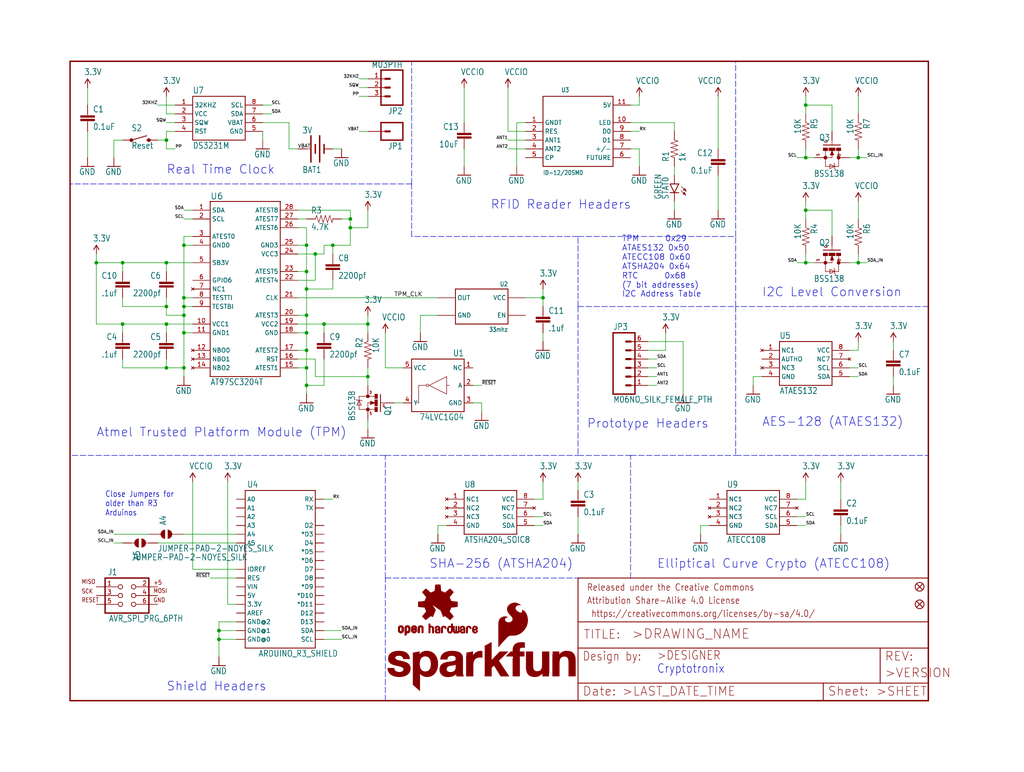
<source format=kicad_sch>
(kicad_sch (version 20211123) (generator eeschema)
  (paper "User" 297.002 223.926)
  (lib_symbols
    (symbol "schematicEagle-eagle-import:0.1UF-25V(+80{slash}-20%)(0603)"
      (property "Reference" "C" (at 1.524 2.921 0))
      (property "Value" "0.1UF-25V(+80{slash}-20%)(0603)" (at 1.524 -2.159 0))
      (symbol "0.1UF-25V(+80{slash}-20%)(0603)_1_0"
        (pin passive line (at 0 5.08 270) (length 2.54) (name "1") (number "1"))
        (pin passive line (at 0 -2.54 90) (length 2.54) (name "2") (number "2"))
      )
    )
    (symbol "schematicEagle-eagle-import:10KOHM-1{slash}10W-1%(0603)0603"
      (property "Reference" "R" (at -3.81 1.4986 0))
      (property "Value" "10KOHM-1{slash}10W-1%(0603)0603" (at -3.81 -3.302 0))
      (symbol "10KOHM-1{slash}10W-1%(0603)0603_1_0"
        (pin passive line (at -5.08 0 0) (length 2.54) (name "1") (number "1"))
        (pin passive line (at 5.08 0 180) (length 2.54) (name "2") (number "2"))
      )
    )
    (symbol "schematicEagle-eagle-import:10UF50V20%(1210)"
      (property "Reference" "C" (at 1.524 2.921 0))
      (property "Value" "10UF50V20%(1210)" (at 1.524 -2.159 0))
      (symbol "10UF50V20%(1210)_1_0"
        (pin passive line (at 0 5.08 270) (length 2.54) (name "1") (number "1"))
        (pin passive line (at 0 -2.54 90) (length 2.54) (name "2") (number "2"))
      )
    )
    (symbol "schematicEagle-eagle-import:1K-1%"
      (property "Reference" "R" (at -3.81 1.4986 0))
      (property "Value" "1K-1%" (at -3.81 -3.302 0))
      (symbol "1K-1%_1_0"
        (pin passive line (at -5.08 0 0) (length 2.54) (name "1") (number "1"))
        (pin passive line (at 5.08 0 180) (length 2.54) (name "2") (number "2"))
      )
    )
    (symbol "schematicEagle-eagle-import:2.2NF{slash}2200PF-50V-10%(0603)"
      (property "Reference" "C" (at 1.524 2.921 0))
      (property "Value" "2.2NF{slash}2200PF-50V-10%(0603)" (at 1.524 -2.159 0))
      (symbol "2.2NF{slash}2200PF-50V-10%(0603)_1_0"
        (pin passive line (at 0 5.08 270) (length 2.54) (name "1") (number "1"))
        (pin passive line (at 0 -2.54 90) (length 2.54) (name "2") (number "2"))
      )
    )
    (symbol "schematicEagle-eagle-import:3.3V" (power)
      (property "Value" "3.3V" (at -1.016 3.556 0))
      (symbol "3.3V_1_0"
        (pin power_in line (at 0 0 90) (length 2.54) (name "3.3V") (number "1"))
      )
    )
    (symbol "schematicEagle-eagle-import:33MHZ-OSCILLATOR"
      (property "Reference" "U" (at -7.62 5.842 0))
      (property "Value" "33MHZ-OSCILLATOR" (at -7.62 -7.366 0))
      (symbol "33MHZ-OSCILLATOR_1_0"
        (pin bidirectional line (at -12.7 -2.54 0) (length 5.08) (name "EN") (number "1"))
        (pin bidirectional line (at 12.7 -2.54 180) (length 5.08) (name "GND") (number "2"))
        (pin bidirectional line (at 12.7 2.54 180) (length 5.08) (name "OUT") (number "3"))
        (pin bidirectional line (at -12.7 2.54 0) (length 5.08) (name "VCC") (number "4"))
      )
    )
    (symbol "schematicEagle-eagle-import:4.7KOHM1{slash}10W1%(0603)"
      (property "Reference" "R" (at -3.81 1.4986 0))
      (property "Value" "4.7KOHM1{slash}10W1%(0603)" (at -3.81 -3.302 0))
      (symbol "4.7KOHM1{slash}10W1%(0603)_1_0"
        (pin passive line (at -5.08 0 0) (length 2.54) (name "1") (number "1"))
        (pin passive line (at 5.08 0 180) (length 2.54) (name "2") (number "2"))
      )
    )
    (symbol "schematicEagle-eagle-import:ARDUINO_R3_SHIELD"
      (property "Reference" "J" (at -9.652 21.082 0))
      (property "Value" "ARDUINO_R3_SHIELD" (at -6.35 -27.94 0))
      (symbol "ARDUINO_R3_SHIELD_1_0"
        (pin bidirectional line (at -12.7 -12.7 0) (length 2.54) (name "3.3V") (number "3.3V"))
        (pin bidirectional line (at -12.7 -10.16 0) (length 2.54) (name "5V") (number "5V"))
        (pin bidirectional line (at -12.7 17.78 0) (length 2.54) (name "A0") (number "A0"))
        (pin bidirectional line (at -12.7 15.24 0) (length 2.54) (name "A1") (number "A1"))
        (pin bidirectional line (at -12.7 12.7 0) (length 2.54) (name "A2") (number "A2"))
        (pin bidirectional line (at -12.7 10.16 0) (length 2.54) (name "A3") (number "A3"))
        (pin bidirectional line (at -12.7 7.62 0) (length 2.54) (name "A4") (number "A4"))
        (pin bidirectional line (at -12.7 5.08 0) (length 2.54) (name "A5") (number "A5"))
        (pin bidirectional line (at -12.7 -15.24 0) (length 2.54) (name "AREF") (number "AREF"))
        (pin bidirectional line (at 12.7 -10.16 180) (length 2.54) (name "*D10") (number "D10"))
        (pin bidirectional line (at 12.7 -12.7 180) (length 2.54) (name "*D11") (number "D11"))
        (pin bidirectional line (at 12.7 -15.24 180) (length 2.54) (name "D12") (number "D12"))
        (pin bidirectional line (at 12.7 -17.78 180) (length 2.54) (name "D13") (number "D13"))
        (pin bidirectional line (at 12.7 10.16 180) (length 2.54) (name "D2") (number "D2"))
        (pin bidirectional line (at 12.7 7.62 180) (length 2.54) (name "*D3") (number "D3"))
        (pin bidirectional line (at 12.7 5.08 180) (length 2.54) (name "D4") (number "D4"))
        (pin bidirectional line (at 12.7 2.54 180) (length 2.54) (name "*D5") (number "D5"))
        (pin bidirectional line (at 12.7 0 180) (length 2.54) (name "*D6") (number "D6"))
        (pin bidirectional line (at 12.7 -2.54 180) (length 2.54) (name "D7") (number "D7"))
        (pin bidirectional line (at 12.7 -5.08 180) (length 2.54) (name "D8") (number "D8"))
        (pin bidirectional line (at 12.7 -7.62 180) (length 2.54) (name "*D9") (number "D9"))
        (pin bidirectional line (at -12.7 -22.86 0) (length 2.54) (name "GND@0") (number "GND@0"))
        (pin bidirectional line (at -12.7 -20.32 0) (length 2.54) (name "GND@1") (number "GND@1"))
        (pin bidirectional line (at -12.7 -17.78 0) (length 2.54) (name "GND@2") (number "GND@2"))
        (pin bidirectional line (at -12.7 -2.54 0) (length 2.54) (name "IOREF") (number "IOREF"))
        (pin bidirectional line (at -12.7 -5.08 0) (length 2.54) (name "RES") (number "RES"))
        (pin bidirectional line (at 12.7 17.78 180) (length 2.54) (name "RX") (number "RX"))
        (pin bidirectional line (at 12.7 -22.86 180) (length 2.54) (name "SCL") (number "SCL"))
        (pin bidirectional line (at 12.7 -20.32 180) (length 2.54) (name "SDA") (number "SDA"))
        (pin bidirectional line (at 12.7 15.24 180) (length 2.54) (name "TX") (number "TX"))
        (pin bidirectional line (at -12.7 -7.62 0) (length 2.54) (name "VIN") (number "VIN"))
      )
    )
    (symbol "schematicEagle-eagle-import:AT97SC3204T"
      (property "Reference" "U" (at -25.4 38.1 0))
      (property "Value" "AT97SC3204T" (at -25.4 -17.78 0))
      (symbol "AT97SC3204T_1_0"
        (pin bidirectional line (at -30.48 33.02 0) (length 5.08) (name "SDA") (number "1"))
        (pin power_in line (at -30.48 0 0) (length 5.08) (name "VCC1") (number "10"))
        (pin power_in line (at -30.48 -2.54 0) (length 5.08) (name "GND1") (number "11"))
        (pin no_connect line (at -30.48 -7.62 0) (length 5.08) (name "NBO0") (number "12"))
        (pin no_connect line (at -30.48 -10.16 0) (length 5.08) (name "NBO1") (number "13"))
        (pin no_connect line (at -30.48 -12.7 0) (length 5.08) (name "NBO2") (number "14"))
        (pin power_in line (at 0 -12.7 180) (length 5.08) (name "ATEST1") (number "15"))
        (pin bidirectional line (at 0 -10.16 180) (length 5.08) (name "RST") (number "16"))
        (pin power_in line (at 0 -7.62 180) (length 5.08) (name "ATEST2") (number "17"))
        (pin power_in line (at 0 -2.54 180) (length 5.08) (name "GND") (number "18"))
        (pin power_in line (at 0 0 180) (length 5.08) (name "VCC2") (number "19"))
        (pin bidirectional line (at -30.48 30.48 0) (length 5.08) (name "SCL") (number "2"))
        (pin power_in line (at 0 2.54 180) (length 5.08) (name "ATEST3") (number "20"))
        (pin bidirectional line (at 0 7.62 180) (length 5.08) (name "CLK") (number "21"))
        (pin power_in line (at 0 12.7 180) (length 5.08) (name "ATEST4") (number "22"))
        (pin power_in line (at 0 15.24 180) (length 5.08) (name "ATEST5") (number "23"))
        (pin power_in line (at 0 20.32 180) (length 5.08) (name "VCC3") (number "24"))
        (pin power_in line (at 0 22.86 180) (length 5.08) (name "GND3") (number "25"))
        (pin power_in line (at 0 27.94 180) (length 5.08) (name "ATEST6") (number "26"))
        (pin power_in line (at 0 30.48 180) (length 5.08) (name "ATEST7") (number "27"))
        (pin power_in line (at 0 33.02 180) (length 5.08) (name "ATEST8") (number "28"))
        (pin power_in line (at -30.48 25.4 0) (length 5.08) (name "ATEST0") (number "3"))
        (pin power_in line (at -30.48 22.86 0) (length 5.08) (name "GND0") (number "4"))
        (pin power_in line (at -30.48 17.78 0) (length 5.08) (name "SB3V") (number "5"))
        (pin bidirectional line (at -30.48 12.7 0) (length 5.08) (name "GPIO6") (number "6"))
        (pin no_connect line (at -30.48 10.16 0) (length 5.08) (name "NC1") (number "7"))
        (pin power_in line (at -30.48 7.62 0) (length 5.08) (name "TESTTI") (number "8"))
        (pin power_in line (at -30.48 5.08 0) (length 5.08) (name "TESTBI") (number "9"))
      )
    )
    (symbol "schematicEagle-eagle-import:ATAES132"
      (property "Reference" "AES" (at -7.62 5.842 0))
      (property "Value" "ATAES132" (at -7.62 -10.16 0))
      (symbol "ATAES132_1_0"
        (pin no_connect line (at -12.7 2.54 0) (length 5.08) (name "NC1") (number "1"))
        (pin bidirectional line (at -12.7 0 0) (length 5.08) (name "AUTHO") (number "2"))
        (pin no_connect line (at -12.7 -2.54 0) (length 5.08) (name "NC3") (number "3"))
        (pin power_in line (at -12.7 -5.08 0) (length 5.08) (name "GND") (number "4"))
        (pin bidirectional line (at 12.7 -5.08 180) (length 5.08) (name "SDA") (number "5"))
        (pin bidirectional line (at 12.7 -2.54 180) (length 5.08) (name "SCL") (number "6"))
        (pin no_connect line (at 12.7 0 180) (length 5.08) (name "NC7") (number "7"))
        (pin power_in line (at 12.7 2.54 180) (length 5.08) (name "VCC") (number "8"))
      )
    )
    (symbol "schematicEagle-eagle-import:ATECC108"
      (property "Reference" "U" (at -7.62 5.842 0))
      (property "Value" "ATECC108" (at -7.62 -10.16 0))
      (symbol "ATECC108_1_0"
        (pin bidirectional line (at -12.7 2.54 0) (length 5.08) (name "NC1") (number "1"))
        (pin no_connect line (at -12.7 0 0) (length 5.08) (name "NC2") (number "2"))
        (pin no_connect line (at -12.7 -2.54 0) (length 5.08) (name "NC3") (number "3"))
        (pin power_in line (at -12.7 -5.08 0) (length 5.08) (name "GND") (number "4"))
        (pin bidirectional line (at 12.7 -5.08 180) (length 5.08) (name "SDA") (number "5"))
        (pin bidirectional line (at 12.7 -2.54 180) (length 5.08) (name "SCL") (number "6"))
        (pin no_connect line (at 12.7 0 180) (length 5.08) (name "NC7") (number "7"))
        (pin power_in line (at 12.7 2.54 180) (length 5.08) (name "VCC") (number "8"))
      )
    )
    (symbol "schematicEagle-eagle-import:ATSHA204_SOIC8"
      (property "Reference" "U" (at -7.62 5.842 0))
      (property "Value" "ATSHA204_SOIC8" (at -7.62 -10.16 0))
      (symbol "ATSHA204_SOIC8_1_0"
        (pin no_connect line (at -12.7 2.54 0) (length 5.08) (name "NC1") (number "1"))
        (pin no_connect line (at -12.7 0 0) (length 5.08) (name "NC2") (number "2"))
        (pin no_connect line (at -12.7 -2.54 0) (length 5.08) (name "NC3") (number "3"))
        (pin power_in line (at -12.7 -5.08 0) (length 5.08) (name "GND") (number "4"))
        (pin bidirectional line (at 12.7 -5.08 180) (length 5.08) (name "SDA") (number "5"))
        (pin bidirectional line (at 12.7 -2.54 180) (length 5.08) (name "SCL") (number "6"))
        (pin no_connect line (at 12.7 0 180) (length 5.08) (name "NC7") (number "7"))
        (pin power_in line (at 12.7 2.54 180) (length 5.08) (name "VCC") (number "8"))
      )
    )
    (symbol "schematicEagle-eagle-import:AVR_SPI_PRG_6PTH"
      (property "Reference" "J" (at -4.318 5.842 0))
      (property "Value" "AVR_SPI_PRG_6PTH" (at -4.064 -7.62 0))
      (symbol "AVR_SPI_PRG_6PTH_1_0"
        (text "+5" (at 8.89 3.048 0) (effects (font (size 1.27 1.0795)) (justify left bottom)))
        (text "GND" (at 8.89 -2.032 0) (effects (font (size 1.27 1.0795)) (justify left bottom)))
        (text "MISO" (at -11.938 3.302 0) (effects (font (size 1.27 1.0795)) (justify left bottom)))
        (text "MOSI" (at 8.89 0.635 0) (effects (font (size 1.27 1.0795)) (justify left bottom)))
        (text "RESET" (at -11.938 -2.032 0) (effects (font (size 1.27 1.0795)) (justify left bottom)))
        (text "SCK" (at -11.938 0.508 0) (effects (font (size 1.27 1.0795)) (justify left bottom)))
        (pin passive inverted (at -7.62 2.54 0) (length 7.62) (name "1") (number "1"))
        (pin passive inverted (at 10.16 2.54 180) (length 7.62) (name "2") (number "2"))
        (pin passive inverted (at -7.62 0 0) (length 7.62) (name "3") (number "3"))
        (pin passive inverted (at 10.16 0 180) (length 7.62) (name "4") (number "4"))
        (pin passive inverted (at -7.62 -2.54 0) (length 7.62) (name "5") (number "5"))
        (pin passive inverted (at 10.16 -2.54 180) (length 7.62) (name "6") (number "6"))
      )
    )
    (symbol "schematicEagle-eagle-import:BATTERY12MM"
      (property "Reference" "BAT" (at -3.81 5.08 0))
      (property "Value" "BATTERY12MM" (at -3.81 -6.35 0))
      (symbol "BATTERY12MM_1_0"
        (pin power_in line (at 5.08 0 180) (length 2.54) (name "-") (number "GND"))
        (pin power_in line (at -5.08 0 0) (length 2.54) (name "+") (number "PWR@1"))
      )
    )
    (symbol "schematicEagle-eagle-import:DS3231M"
      (property "Reference" "RTC" (at -7.62 8.382 0))
      (property "Value" "DS3231M" (at -7.62 -7.62 0))
      (symbol "DS3231M_1_0"
        (pin output line (at -12.7 5.08 0) (length 5.08) (name "32KHZ") (number "1"))
        (pin power_in line (at -12.7 2.54 0) (length 5.08) (name "VCC") (number "2"))
        (pin output line (at -12.7 0 0) (length 5.08) (name "SQW") (number "3"))
        (pin bidirectional line (at -12.7 -2.54 0) (length 5.08) (name "RST") (number "4"))
        (pin power_in line (at 12.7 -2.54 180) (length 5.08) (name "GND") (number "5"))
        (pin power_in line (at 12.7 0 180) (length 5.08) (name "VBAT") (number "6"))
        (pin bidirectional line (at 12.7 2.54 180) (length 5.08) (name "SDA") (number "7"))
        (pin bidirectional line (at 12.7 5.08 180) (length 5.08) (name "SCL") (number "8"))
      )
    )
    (symbol "schematicEagle-eagle-import:FIDUCIAL1X2")
    (symbol "schematicEagle-eagle-import:FRAME-LETTER"
      (symbol "FRAME-LETTER_2_0"
        (text " https://creativecommons.org/licenses/by-sa/4.0/" (at 2.54 24.13 0) (effects (font (size 1.9304 1.6408)) (justify left bottom)))
        (text ">DESIGNER" (at 22.86 11.684 0) (effects (font (size 2.54 2.159)) (justify left bottom)))
        (text ">DRAWING_NAME" (at 15.494 17.78 0) (effects (font (size 2.7432 2.7432)) (justify left bottom)))
        (text ">LAST_DATE_TIME" (at 12.7 1.27 0) (effects (font (size 2.54 2.54)) (justify left bottom)))
        (text ">SHEET" (at 86.36 1.27 0) (effects (font (size 2.54 2.54)) (justify left bottom)))
        (text ">VERSION" (at 88.9 6.604 0) (effects (font (size 2.54 2.54)) (justify left bottom)))
        (text "Attribution Share-Alike 4.0 License" (at 2.54 27.94 0) (effects (font (size 1.9304 1.6408)) (justify left bottom)))
        (text "Date:" (at 1.27 1.27 0) (effects (font (size 2.54 2.54)) (justify left bottom)))
        (text "Design by:" (at 1.27 11.43 0) (effects (font (size 2.54 2.159)) (justify left bottom)))
        (text "Released under the Creative Commons" (at 2.54 31.75 0) (effects (font (size 1.9304 1.6408)) (justify left bottom)))
        (text "REV:" (at 88.9 11.43 0) (effects (font (size 2.54 2.54)) (justify left bottom)))
        (text "Sheet:" (at 72.39 1.27 0) (effects (font (size 2.54 2.54)) (justify left bottom)))
        (text "TITLE:" (at 1.524 17.78 0) (effects (font (size 2.54 2.54)) (justify left bottom)))
      )
    )
    (symbol "schematicEagle-eagle-import:GND" (power)
      (property "Value" "GND" (at -2.54 -2.54 0))
      (symbol "GND_1_0"
        (pin power_in line (at 0 2.54 270) (length 2.54) (name "GND") (number "1"))
      )
    )
    (symbol "schematicEagle-eagle-import:ID-12{slash}20SMD"
      (property "Value" "ID-12{slash}20SMD" (at -10.16 -12.7 0))
      (symbol "ID-12{slash}20SMD_1_0"
        (pin bidirectional line (at -15.24 2.54 0) (length 5.08) (name "GNDT") (number "1"))
        (pin bidirectional line (at 15.24 2.54 180) (length 5.08) (name "LED") (number "10"))
        (pin bidirectional line (at 15.24 7.62 180) (length 5.08) (name "5V") (number "11"))
        (pin bidirectional line (at -15.24 0 0) (length 5.08) (name "RES") (number "2"))
        (pin bidirectional line (at -15.24 -2.54 0) (length 5.08) (name "ANT1") (number "3"))
        (pin bidirectional line (at -15.24 -5.08 0) (length 5.08) (name "ANT2") (number "4"))
        (pin bidirectional line (at -15.24 -7.62 0) (length 5.08) (name "CP") (number "5"))
        (pin bidirectional line (at 15.24 -7.62 180) (length 5.08) (name "FUTURE") (number "6"))
        (pin bidirectional line (at 15.24 -5.08 180) (length 5.08) (name "+/-") (number "7"))
        (pin bidirectional line (at 15.24 -2.54 180) (length 5.08) (name "D1") (number "8"))
        (pin bidirectional line (at 15.24 0 180) (length 5.08) (name "D0") (number "9"))
      )
    )
    (symbol "schematicEagle-eagle-import:INVERTER_SOT353-5"
      (property "Reference" "U" (at -7.62 8.382 0))
      (property "Value" "INVERTER_SOT353-5" (at -7.62 -10.16 0))
      (symbol "INVERTER_SOT353-5_1_0"
        (pin bidirectional line (at -10.16 5.08 0) (length 2.54) (name "NC") (number "1"))
        (pin bidirectional line (at -10.16 0 0) (length 2.54) (name "A") (number "2"))
        (pin bidirectional line (at -10.16 -5.08 0) (length 2.54) (name "GND") (number "3"))
        (pin bidirectional line (at 10.16 -5.08 180) (length 2.54) (name "Y") (number "4"))
        (pin bidirectional line (at 10.16 5.08 180) (length 2.54) (name "VCC") (number "5"))
      )
    )
    (symbol "schematicEagle-eagle-import:JUMPER-PAD-2-NOYES_SILK"
      (property "Reference" "SJ" (at -2.54 2.54 0))
      (property "Value" "JUMPER-PAD-2-NOYES_SILK" (at -2.54 -5.08 0))
      (symbol "JUMPER-PAD-2-NOYES_SILK_1_0"
        (pin passive line (at -5.08 0 0) (length 2.54) (name "1") (number "1"))
        (pin passive line (at 5.08 0 180) (length 2.54) (name "2") (number "2"))
      )
    )
    (symbol "schematicEagle-eagle-import:LED-GREEN0603"
      (property "Reference" "D" (at 3.556 -4.572 90))
      (property "Value" "LED-GREEN0603" (at 5.715 -4.572 90))
      (symbol "LED-GREEN0603_1_0"
        (pin passive line (at 0 2.54 270) (length 2.54) (name "A") (number "A"))
        (pin passive line (at 0 -5.08 90) (length 2.54) (name "C") (number "C"))
      )
    )
    (symbol "schematicEagle-eagle-import:M01PTH"
      (property "Reference" "JP" (at -2.54 3.302 0))
      (property "Value" "M01PTH" (at -2.54 -5.08 0))
      (symbol "M01PTH_1_0"
        (pin passive line (at 7.62 0 180) (length 5.08) (name "1") (number "1"))
      )
    )
    (symbol "schematicEagle-eagle-import:M03PTH"
      (property "Reference" "JP" (at -2.54 5.842 0))
      (property "Value" "M03PTH" (at -2.54 -7.62 0))
      (symbol "M03PTH_1_0"
        (pin passive line (at 7.62 -2.54 180) (length 5.08) (name "1") (number "1"))
        (pin passive line (at 7.62 0 180) (length 5.08) (name "2") (number "2"))
        (pin passive line (at 7.62 2.54 180) (length 5.08) (name "3") (number "3"))
      )
    )
    (symbol "schematicEagle-eagle-import:M06NO_SILK_FEMALE_PTH"
      (property "Reference" "JP" (at -5.08 10.922 0))
      (property "Value" "M06NO_SILK_FEMALE_PTH" (at -5.08 -10.16 0))
      (symbol "M06NO_SILK_FEMALE_PTH_1_0"
        (pin passive line (at 5.08 -5.08 180) (length 5.08) (name "1") (number "1"))
        (pin passive line (at 5.08 -2.54 180) (length 5.08) (name "2") (number "2"))
        (pin passive line (at 5.08 0 180) (length 5.08) (name "3") (number "3"))
        (pin passive line (at 5.08 2.54 180) (length 5.08) (name "4") (number "4"))
        (pin passive line (at 5.08 5.08 180) (length 5.08) (name "5") (number "5"))
        (pin passive line (at 5.08 7.62 180) (length 5.08) (name "6") (number "6"))
      )
    )
    (symbol "schematicEagle-eagle-import:MOSFET-NCHANNELBSS138"
      (property "Reference" "Q" (at 5.08 2.54 0))
      (property "Value" "MOSFET-NCHANNELBSS138" (at 5.08 0 0))
      (symbol "MOSFET-NCHANNELBSS138_1_0"
        (text "D" (at -1.27 2.54 0) (effects (font (size 0.8128 0.6908)) (justify left bottom)))
        (text "G" (at -5.08 -1.27 0) (effects (font (size 0.8128 0.6908)) (justify left bottom)))
        (text "S" (at -1.27 -3.556 0) (effects (font (size 0.8128 0.6908)) (justify left bottom)))
        (pin passive line (at -7.62 0 0) (length 2.54) (name "G") (number "1"))
        (pin passive line (at 0 -5.08 90) (length 2.54) (name "S") (number "2"))
        (pin passive line (at 0 5.08 270) (length 2.54) (name "D") (number "3"))
      )
    )
    (symbol "schematicEagle-eagle-import:OSHW-LOGOS")
    (symbol "schematicEagle-eagle-import:SFE_LOGO_NAME_FLAME.1_INCH")
    (symbol "schematicEagle-eagle-import:SWITCH-MOMENTARY-2SMD"
      (property "Reference" "S" (at -2.54 2.54 0))
      (property "Value" "SWITCH-MOMENTARY-2SMD" (at -2.54 -2.54 0))
      (symbol "SWITCH-MOMENTARY-2SMD_1_0"
        (pin passive line (at -5.08 0 0) (length 2.54) (name "1") (number "1"))
        (pin passive line (at 5.08 0 180) (length 2.54) (name "2") (number "3"))
      )
    )
    (symbol "schematicEagle-eagle-import:VCCIO" (power)
      (property "Value" "VCCIO" (at -1.016 3.556 0))
      (symbol "VCCIO_1_0"
        (pin power_in line (at 0 0 90) (length 2.54) (name "VCCIO") (number "1"))
      )
    )
  )
  (junction (at 233.68 76.2))
  (junction (at 53.34 106.68))
  (junction (at 48.26 106.68))
  (junction (at 248.92 45.72))
  (junction (at 27.94 76.2))
  (junction (at 233.68 60.96))
  (junction (at 101.6 66.04))
  (junction (at 53.34 71.12))
  (junction (at 106.68 109.22))
  (junction (at 48.26 88.9))
  (junction (at 106.68 93.98))
  (junction (at 48.26 40.64))
  (junction (at 88.9 91.44))
  (junction (at 93.98 93.98))
  (junction (at 96.52 71.12))
  (junction (at 88.9 78.74))
  (junction (at 88.9 71.12))
  (junction (at 88.9 106.68))
  (junction (at 88.9 111.76))
  (junction (at 48.26 76.2))
  (junction (at 157.48 86.36))
  (junction (at 88.9 96.52))
  (junction (at 48.26 93.98))
  (junction (at 63.5 182.88))
  (junction (at 35.56 76.2))
  (junction (at 53.34 91.44))
  (junction (at 101.6 63.5))
  (junction (at 53.34 88.9))
  (junction (at 88.9 83.82))
  (junction (at 248.92 76.2))
  (junction (at 88.9 101.6))
  (junction (at 233.68 30.48))
  (junction (at 35.56 93.98))
  (junction (at 233.68 45.72))
  (junction (at 91.44 73.66))
  (junction (at 53.34 86.36))
  (junction (at 53.34 96.52))
  (junction (at 63.5 185.42))
  (wire (pts (xy 154.94 144.78) (xy 157.48 144.78)))
  (wire (pts (xy 157.48 88.9) (xy 157.48 86.36)))
  (wire (pts (xy 246.38 45.72) (xy 248.92 45.72)))
  (wire (pts (xy 157.48 96.52) (xy 157.48 99.06)))
  (wire (pts (xy 248.92 33.02) (xy 248.92 27.94)))
  (wire (pts (xy 233.68 60.96) (xy 233.68 58.42)))
  (wire (pts (xy 86.36 43.18) (xy 83.82 43.18)))
  (wire (pts (xy 208.28 43.18) (xy 208.28 27.94)))
  (wire (pts (xy 152.4 86.36) (xy 157.48 86.36)))
  (wire (pts (xy 35.56 157.48) (xy 33.02 157.48)))
  (wire (pts (xy 91.44 73.66) (xy 93.98 73.66)))
  (wire (pts (xy 53.34 96.52) (xy 53.34 91.44)))
  (polyline (pts (xy 111.76 203.2) (xy 111.76 167.64)))
  (wire (pts (xy 187.96 106.68) (xy 190.5 106.68)))
  (wire (pts (xy 88.9 106.68) (xy 88.9 111.76)))
  (polyline (pts (xy 213.36 68.58) (xy 213.36 17.78)))
  (wire (pts (xy 243.84 152.4) (xy 243.84 154.94)))
  (polyline (pts (xy 167.64 88.9) (xy 167.64 132.08)))
  (wire (pts (xy 152.4 38.1) (xy 147.32 38.1)))
  (wire (pts (xy 236.22 45.72) (xy 233.68 45.72)))
  (wire (pts (xy 35.56 104.14) (xy 35.56 106.68)))
  (wire (pts (xy 50.8 33.02) (xy 48.26 33.02)))
  (wire (pts (xy 88.9 78.74) (xy 88.9 83.82)))
  (wire (pts (xy 88.9 96.52) (xy 88.9 101.6)))
  (wire (pts (xy 231.14 149.86) (xy 233.68 149.86)))
  (wire (pts (xy 241.3 30.48) (xy 233.68 30.48)))
  (wire (pts (xy 248.92 45.72) (xy 251.46 45.72)))
  (wire (pts (xy 129.54 152.4) (xy 127 152.4)))
  (wire (pts (xy 88.9 66.04) (xy 88.9 71.12)))
  (wire (pts (xy 88.9 83.82) (xy 88.9 91.44)))
  (wire (pts (xy 187.96 111.76) (xy 190.5 111.76)))
  (wire (pts (xy 137.16 111.76) (xy 139.7 111.76)))
  (wire (pts (xy 106.68 109.22) (xy 106.68 106.68)))
  (wire (pts (xy 83.82 35.56) (xy 76.2 35.56)))
  (polyline (pts (xy 182.88 132.08) (xy 213.36 132.08)))
  (wire (pts (xy 195.58 35.56) (xy 195.58 38.1)))
  (wire (pts (xy 88.9 111.76) (xy 88.9 114.3)))
  (polyline (pts (xy 167.64 132.08) (xy 182.88 132.08)))
  (wire (pts (xy 55.88 96.52) (xy 53.34 96.52)))
  (wire (pts (xy 248.92 73.66) (xy 248.92 76.2)))
  (wire (pts (xy 96.52 81.28) (xy 96.52 83.82)))
  (wire (pts (xy 48.26 38.1) (xy 50.8 38.1)))
  (wire (pts (xy 83.82 43.18) (xy 83.82 35.56)))
  (wire (pts (xy 86.36 81.28) (xy 91.44 81.28)))
  (wire (pts (xy 218.44 109.22) (xy 220.98 109.22)))
  (wire (pts (xy 241.3 68.58) (xy 241.3 60.96)))
  (polyline (pts (xy 111.76 132.08) (xy 167.64 132.08)))
  (wire (pts (xy 259.08 111.76) (xy 259.08 109.22)))
  (wire (pts (xy 53.34 88.9) (xy 53.34 86.36)))
  (wire (pts (xy 88.9 101.6) (xy 88.9 106.68)))
  (wire (pts (xy 187.96 104.14) (xy 190.5 104.14)))
  (wire (pts (xy 86.36 91.44) (xy 88.9 91.44)))
  (wire (pts (xy 55.88 165.1) (xy 55.88 139.7)))
  (wire (pts (xy 134.62 43.18) (xy 134.62 48.26)))
  (wire (pts (xy 86.36 96.52) (xy 88.9 96.52)))
  (wire (pts (xy 25.4 38.1) (xy 25.4 45.72)))
  (wire (pts (xy 68.58 185.42) (xy 63.5 185.42)))
  (wire (pts (xy 27.94 93.98) (xy 35.56 93.98)))
  (wire (pts (xy 121.92 91.44) (xy 121.92 96.52)))
  (wire (pts (xy 86.36 106.68) (xy 88.9 106.68)))
  (wire (pts (xy 33.02 40.64) (xy 33.02 45.72)))
  (wire (pts (xy 78.74 30.48) (xy 76.2 30.48)))
  (wire (pts (xy 48.26 76.2) (xy 48.26 78.74)))
  (wire (pts (xy 187.96 99.06) (xy 198.12 99.06)))
  (polyline (pts (xy 167.64 68.58) (xy 119.38 68.58)))
  (wire (pts (xy 236.22 76.2) (xy 233.68 76.2)))
  (wire (pts (xy 231.14 152.4) (xy 233.68 152.4)))
  (wire (pts (xy 86.36 71.12) (xy 88.9 71.12)))
  (wire (pts (xy 111.76 96.52) (xy 111.76 106.68)))
  (wire (pts (xy 86.36 104.14) (xy 91.44 104.14)))
  (wire (pts (xy 76.2 38.1) (xy 76.2 40.64)))
  (wire (pts (xy 182.88 35.56) (xy 195.58 35.56)))
  (polyline (pts (xy 213.36 88.9) (xy 213.36 132.08)))
  (wire (pts (xy 116.84 116.84) (xy 114.3 116.84)))
  (wire (pts (xy 53.34 109.22) (xy 53.34 106.68)))
  (wire (pts (xy 233.68 33.02) (xy 233.68 30.48)))
  (wire (pts (xy 154.94 149.86) (xy 157.48 149.86)))
  (wire (pts (xy 246.38 109.22) (xy 248.92 109.22)))
  (wire (pts (xy 233.68 139.7) (xy 233.68 144.78)))
  (wire (pts (xy 93.98 73.66) (xy 93.98 71.12)))
  (wire (pts (xy 25.4 30.48) (xy 25.4 25.4)))
  (wire (pts (xy 93.98 71.12) (xy 96.52 71.12)))
  (wire (pts (xy 48.26 33.02) (xy 48.26 27.94)))
  (wire (pts (xy 63.5 182.88) (xy 63.5 185.42)))
  (wire (pts (xy 91.44 81.28) (xy 91.44 73.66)))
  (wire (pts (xy 27.94 76.2) (xy 27.94 93.98)))
  (wire (pts (xy 27.94 73.66) (xy 27.94 76.2)))
  (wire (pts (xy 127 152.4) (xy 127 154.94)))
  (wire (pts (xy 93.98 185.42) (xy 99.06 185.42)))
  (wire (pts (xy 50.8 30.48) (xy 45.72 30.48)))
  (wire (pts (xy 193.04 101.6) (xy 193.04 96.52)))
  (wire (pts (xy 48.26 76.2) (xy 35.56 76.2)))
  (wire (pts (xy 152.4 35.56) (xy 149.86 35.56)))
  (wire (pts (xy 86.36 73.66) (xy 91.44 73.66)))
  (wire (pts (xy 48.26 93.98) (xy 48.26 96.52)))
  (wire (pts (xy 48.26 93.98) (xy 55.88 93.98)))
  (wire (pts (xy 106.68 27.94) (xy 104.14 27.94)))
  (wire (pts (xy 48.26 91.44) (xy 53.34 91.44)))
  (wire (pts (xy 66.04 175.26) (xy 66.04 139.7)))
  (wire (pts (xy 45.72 157.48) (xy 68.58 157.48)))
  (wire (pts (xy 35.56 40.64) (xy 33.02 40.64)))
  (polyline (pts (xy 111.76 167.64) (xy 111.76 132.08)))
  (polyline (pts (xy 269.24 88.9) (xy 213.36 88.9)))
  (polyline (pts (xy 111.76 132.08) (xy 20.32 132.08)))
  (polyline (pts (xy 119.38 68.58) (xy 119.38 53.34)))
  (wire (pts (xy 86.36 78.74) (xy 88.9 78.74)))
  (wire (pts (xy 182.88 43.18) (xy 185.42 43.18)))
  (wire (pts (xy 233.68 45.72) (xy 231.14 45.72)))
  (wire (pts (xy 50.8 35.56) (xy 48.26 35.56)))
  (wire (pts (xy 248.92 76.2) (xy 251.46 76.2)))
  (wire (pts (xy 101.6 66.04) (xy 101.6 71.12)))
  (wire (pts (xy 246.38 76.2) (xy 248.92 76.2)))
  (wire (pts (xy 167.64 142.24) (xy 167.64 139.7)))
  (wire (pts (xy 93.98 144.78) (xy 96.52 144.78)))
  (wire (pts (xy 68.58 165.1) (xy 55.88 165.1)))
  (wire (pts (xy 106.68 22.86) (xy 104.14 22.86)))
  (wire (pts (xy 134.62 35.56) (xy 134.62 25.4)))
  (wire (pts (xy 101.6 60.96) (xy 101.6 63.5)))
  (wire (pts (xy 63.5 180.34) (xy 63.5 182.88)))
  (wire (pts (xy 198.12 99.06) (xy 198.12 114.3)))
  (wire (pts (xy 241.3 38.1) (xy 241.3 30.48)))
  (wire (pts (xy 231.14 144.78) (xy 233.68 144.78)))
  (wire (pts (xy 248.92 43.18) (xy 248.92 45.72)))
  (wire (pts (xy 106.68 66.04) (xy 101.6 66.04)))
  (wire (pts (xy 96.52 83.82) (xy 88.9 83.82)))
  (wire (pts (xy 106.68 25.4) (xy 104.14 25.4)))
  (wire (pts (xy 187.96 109.22) (xy 190.5 109.22)))
  (wire (pts (xy 48.26 106.68) (xy 53.34 106.68)))
  (wire (pts (xy 248.92 101.6) (xy 246.38 101.6)))
  (wire (pts (xy 259.08 101.6) (xy 259.08 99.06)))
  (wire (pts (xy 101.6 71.12) (xy 96.52 71.12)))
  (wire (pts (xy 68.58 182.88) (xy 63.5 182.88)))
  (wire (pts (xy 243.84 144.78) (xy 243.84 139.7)))
  (wire (pts (xy 182.88 30.48) (xy 185.42 30.48)))
  (wire (pts (xy 88.9 71.12) (xy 88.9 78.74)))
  (wire (pts (xy 208.28 50.8) (xy 208.28 60.96)))
  (wire (pts (xy 185.42 27.94) (xy 185.42 30.48)))
  (wire (pts (xy 152.4 40.64) (xy 147.32 40.64)))
  (wire (pts (xy 93.98 93.98) (xy 93.98 96.52)))
  (wire (pts (xy 233.68 76.2) (xy 231.14 76.2)))
  (wire (pts (xy 35.56 76.2) (xy 35.56 78.74)))
  (wire (pts (xy 78.74 33.02) (xy 76.2 33.02)))
  (wire (pts (xy 35.56 76.2) (xy 27.94 76.2)))
  (wire (pts (xy 149.86 35.56) (xy 149.86 48.26)))
  (wire (pts (xy 48.26 104.14) (xy 48.26 106.68)))
  (wire (pts (xy 147.32 38.1) (xy 147.32 25.4)))
  (wire (pts (xy 106.68 109.22) (xy 106.68 111.76)))
  (wire (pts (xy 91.44 104.14) (xy 91.44 109.22)))
  (wire (pts (xy 233.68 30.48) (xy 233.68 27.94)))
  (wire (pts (xy 233.68 43.18) (xy 233.68 45.72)))
  (wire (pts (xy 195.58 50.8) (xy 195.58 48.26)))
  (wire (pts (xy 68.58 175.26) (xy 66.04 175.26)))
  (polyline (pts (xy 182.88 167.64) (xy 182.88 132.08)))
  (polyline (pts (xy 111.76 167.64) (xy 167.64 167.64)))
  (polyline (pts (xy 213.36 88.9) (xy 213.36 68.58)))
  (wire (pts (xy 106.68 96.52) (xy 106.68 93.98)))
  (wire (pts (xy 88.9 91.44) (xy 88.9 96.52)))
  (wire (pts (xy 246.38 106.68) (xy 248.92 106.68)))
  (polyline (pts (xy 167.64 88.9) (xy 167.64 68.58)))
  (polyline (pts (xy 213.36 132.08) (xy 269.24 132.08)))
  (wire (pts (xy 182.88 38.1) (xy 185.42 38.1)))
  (wire (pts (xy 139.7 116.84) (xy 139.7 119.38)))
  (wire (pts (xy 106.68 60.96) (xy 106.68 66.04)))
  (wire (pts (xy 53.34 91.44) (xy 53.34 88.9)))
  (wire (pts (xy 55.88 63.5) (xy 53.34 63.5)))
  (wire (pts (xy 55.88 68.58) (xy 53.34 68.58)))
  (wire (pts (xy 91.44 109.22) (xy 106.68 109.22)))
  (wire (pts (xy 53.34 106.68) (xy 53.34 96.52)))
  (polyline (pts (xy 167.64 68.58) (xy 213.36 68.58)))
  (wire (pts (xy 55.88 76.2) (xy 48.26 76.2)))
  (wire (pts (xy 106.68 38.1) (xy 104.14 38.1)))
  (wire (pts (xy 154.94 152.4) (xy 157.48 152.4)))
  (wire (pts (xy 35.56 93.98) (xy 48.26 93.98)))
  (wire (pts (xy 218.44 111.76) (xy 218.44 109.22)))
  (wire (pts (xy 157.48 86.36) (xy 157.48 83.82)))
  (wire (pts (xy 48.26 86.36) (xy 48.26 88.9)))
  (wire (pts (xy 195.58 58.42) (xy 195.58 60.96)))
  (wire (pts (xy 45.72 40.64) (xy 48.26 40.64)))
  (wire (pts (xy 35.56 88.9) (xy 48.26 88.9)))
  (wire (pts (xy 106.68 91.44) (xy 106.68 93.98)))
  (wire (pts (xy 185.42 43.18) (xy 185.42 48.26)))
  (wire (pts (xy 35.56 106.68) (xy 48.26 106.68)))
  (wire (pts (xy 55.88 60.96) (xy 53.34 60.96)))
  (wire (pts (xy 248.92 99.06) (xy 248.92 101.6)))
  (wire (pts (xy 93.98 93.98) (xy 86.36 93.98)))
  (wire (pts (xy 86.36 101.6) (xy 88.9 101.6)))
  (wire (pts (xy 152.4 43.18) (xy 147.32 43.18)))
  (wire (pts (xy 86.36 60.96) (xy 101.6 60.96)))
  (wire (pts (xy 55.88 86.36) (xy 53.34 86.36)))
  (wire (pts (xy 68.58 167.64) (xy 60.96 167.64)))
  (wire (pts (xy 241.3 60.96) (xy 233.68 60.96)))
  (wire (pts (xy 111.76 106.68) (xy 116.84 106.68)))
  (wire (pts (xy 106.68 93.98) (xy 93.98 93.98)))
  (wire (pts (xy 53.34 68.58) (xy 53.34 71.12)))
  (wire (pts (xy 93.98 182.88) (xy 99.06 182.88)))
  (wire (pts (xy 48.26 88.9) (xy 48.26 91.44)))
  (wire (pts (xy 35.56 93.98) (xy 35.56 96.52)))
  (wire (pts (xy 233.68 63.5) (xy 233.68 60.96)))
  (wire (pts (xy 68.58 180.34) (xy 63.5 180.34)))
  (wire (pts (xy 53.34 154.94) (xy 68.58 154.94)))
  (wire (pts (xy 48.26 40.64) (xy 48.26 38.1)))
  (wire (pts (xy 127 91.44) (xy 121.92 91.44)))
  (wire (pts (xy 93.98 111.76) (xy 88.9 111.76)))
  (wire (pts (xy 55.88 71.12) (xy 53.34 71.12)))
  (wire (pts (xy 205.74 152.4) (xy 203.2 152.4)))
  (wire (pts (xy 48.26 43.18) (xy 50.8 43.18)))
  (wire (pts (xy 167.64 149.86) (xy 167.64 154.94)))
  (wire (pts (xy 233.68 73.66) (xy 233.68 76.2)))
  (wire (pts (xy 48.26 43.18) (xy 48.26 40.64)))
  (wire (pts (xy 96.52 71.12) (xy 96.52 73.66)))
  (wire (pts (xy 157.48 144.78) (xy 157.48 139.7)))
  (wire (pts (xy 86.36 63.5) (xy 88.9 63.5)))
  (wire (pts (xy 187.96 101.6) (xy 193.04 101.6)))
  (wire (pts (xy 86.36 66.04) (xy 88.9 66.04)))
  (wire (pts (xy 43.18 154.94) (xy 33.02 154.94)))
  (wire (pts (xy 63.5 185.42) (xy 63.5 190.5)))
  (wire (pts (xy 137.16 116.84) (xy 139.7 116.84)))
  (wire (pts (xy 106.68 124.46) (xy 106.68 121.92)))
  (wire (pts (xy 248.92 63.5) (xy 248.92 58.42)))
  (wire (pts (xy 101.6 63.5) (xy 101.6 66.04)))
  (wire (pts (xy 99.06 63.5) (xy 101.6 63.5)))
  (wire (pts (xy 96.52 43.18) (xy 99.06 43.18)))
  (polyline (pts (xy 119.38 53.34) (xy 20.32 53.34)))
  (wire (pts (xy 203.2 152.4) (xy 203.2 154.94)))
  (wire (pts (xy 86.36 86.36) (xy 127 86.36)))
  (wire (pts (xy 55.88 88.9) (xy 53.34 88.9)))
  (polyline (pts (xy 119.38 53.34) (xy 119.38 17.78)))
  (wire (pts (xy 35.56 86.36) (xy 35.56 88.9)))
  (wire (pts (xy 53.34 86.36) (xy 53.34 71.12)))
  (polyline (pts (xy 167.64 88.9) (xy 213.36 88.9)))
  (wire (pts (xy 93.98 104.14) (xy 93.98 111.76)))
  (text "RFID Reader Headers" (at 142.24 60.96 180) (effects (font (size 2.54 2.54)) (justify left bottom)))
  (text "I2C Address Table" (at 180.34 86.36 180) (effects (font (size 1.6764 1.6764)) (justify left bottom)))
  (text "Cryptotronix" (at 190.5 195.58 180) (effects (font (size 2.54 2.159)) (justify left bottom)))
  (text "Real Time Clock" (at 48.26 50.8 180) (effects (font (size 2.54 2.54)) (justify left bottom)))
  (text "Prototype Headers" (at 170.18 124.46 180) (effects (font (size 2.54 2.54)) (justify left bottom)))
  (text "Shield Headers" (at 48.26 200.66 180) (effects (font (size 2.54 2.54)) (justify left bottom)))
  (text "SHA-256 (ATSHA204)" (at 124.46 165.1 180) (effects (font (size 2.54 2.54)) (justify left bottom)))
  (text "Elliptical Curve Crypto (ATECC108)" (at 190.5 165.1 180) (effects (font (size 2.54 2.54)) (justify left bottom)))
  (text "Atmel Trusted Platform Module (TPM)" (at 27.94 127 180) (effects (font (size 2.54 2.54)) (justify left bottom)))
  (text "I2C Level Conversion" (at 220.98 86.36 180) (effects (font (size 2.54 2.54)) (justify left bottom)))
  (text "AES-128 (ATAES132)" (at 220.98 123.952 180) (effects (font (size 2.54 2.54)) (justify left bottom)))
  (text "Close Jumpers for\nolder than R3\nArduinos" (at 30.48 149.86 180) (effects (font (size 1.6764 1.4249)) (justify left bottom)))
  (text "TPM      0x29\nATAES132 0x50\nATECC108 0x60\nATSHA204 0x64\nRTC      0x68\n(7 bit addresses)" (at 180.34 83.82 0) (effects (font (size 1.6764 1.6764)) (justify left bottom)))
  (label "VBAT" (at 104.14 38.1 180) (effects (font (size 0.889 0.889))))
  (label "SCL_IN" (at 99.06 185.42 0) (effects (font (size 0.889 0.889))))
  (label "SDA" (at 78.74 33.02 0) (effects (font (size 0.889 0.889))))
  (label "SCL_IN" (at 33.02 157.48 180) (effects (font (size 0.889 0.889))))
  (label "SDA" (at 157.48 152.4 0) (effects (font (size 0.889 0.889))))
  (label "SCL" (at 231.14 45.72 180) (effects (font (size 0.889 0.889))))
  (label "SCL" (at 78.74 30.48 0) (effects (font (size 0.889 0.889))))
  (label "SDA" (at 190.5 104.14 0) (effects (font (size 0.889 0.889))))
  (label "32KHZ" (at 104.14 22.86 180) (effects (font (size 0.889 0.889))))
  (label "TPM_CLK" (at 114.3 86.36 0) (effects (font (size 1.2446 1.2446))))
  (label "SDA" (at 248.92 109.22 0) (effects (font (size 0.889 0.889))))
  (label "ANT2" (at 190.5 111.76 0) (effects (font (size 0.889 0.889))))
  (label "SDA_IN" (at 99.06 182.88 0) (effects (font (size 0.889 0.889))))
  (label "~{RESET}" (at 139.7 111.76 0) (effects (font (size 0.889 0.889))))
  (label "ANT1" (at 147.32 40.64 180) (effects (font (size 0.889 0.889))))
  (label "32KHZ" (at 45.72 30.48 180) (effects (font (size 0.889 0.889))))
  (label "SDA" (at 53.34 60.96 180) (effects (font (size 0.889 0.889))))
  (label "SCL" (at 53.34 63.5 180) (effects (font (size 0.889 0.889))))
  (label "SDA" (at 233.68 152.4 0) (effects (font (size 0.889 0.889))))
  (label "SCL" (at 190.5 106.68 0) (effects (font (size 0.889 0.889))))
  (label "PP" (at 50.8 43.18 0) (effects (font (size 0.889 0.889))))
  (label "SQW" (at 48.26 35.56 180) (effects (font (size 0.889 0.889))))
  (label "~{RESET}" (at 60.96 167.64 180) (effects (font (size 0.889 0.889))))
  (label "SDA_IN" (at 251.46 76.2 0) (effects (font (size 0.889 0.889))))
  (label "RX" (at 96.52 144.78 0) (effects (font (size 0.889 0.889))))
  (label "SCL" (at 233.68 149.86 0) (effects (font (size 0.889 0.889))))
  (label "RX" (at 185.42 38.1 0) (effects (font (size 0.889 0.889))))
  (label "SCL" (at 157.48 149.86 0) (effects (font (size 0.889 0.889))))
  (label "ANT1" (at 190.5 109.22 0) (effects (font (size 0.889 0.889))))
  (label "ANT2" (at 147.32 43.18 180) (effects (font (size 0.889 0.889))))
  (label "SDA" (at 231.14 76.2 180) (effects (font (size 0.889 0.889))))
  (label "VBAT" (at 86.36 43.18 0) (effects (font (size 1.016 1.016))))
  (label "SDA_IN" (at 33.02 154.94 180) (effects (font (size 0.889 0.889))))
  (label "SCL" (at 248.92 106.68 0) (effects (font (size 0.889 0.889))))
  (label "SCL_IN" (at 251.46 45.72 0) (effects (font (size 0.889 0.889))))
  (label "PP" (at 104.14 27.94 180) (effects (font (size 0.889 0.889))))
  (label "SQW" (at 104.14 25.4 180) (effects (font (size 0.889 0.889))))
  (symbol (lib_id "schematicEagle-eagle-import:MOSFET-NCHANNELBSS138") (at 241.3 45.72 270) (unit 1)
    (property "Reference" "Q3" (at 237.49 40.894 90) (effects (font (size 1.778 1.5113)) (justify left bottom)))
    (property "Value" "BSS138" (at 235.966 51.308 90) (effects (font (size 1.778 1.5113)) (justify left bottom)))
    (property "Footprint" "schematicEagle:SOT23-3" (effects hide))
  )
  (symbol (lib_id "schematicEagle-eagle-import:10KOHM-1{slash}10W-1%(0603)0603") (at 248.92 68.58 270) (unit 1)
    (property "Reference" "R6" (at 250.4186 64.77 0) (effects (font (size 1.778 1.5113)) (justify left bottom)))
    (property "Value" "10K" (at 245.618 64.77 0) (effects (font (size 1.778 1.5113)) (justify left bottom)))
    (property "Footprint" "schematicEagle:0603-RES" (effects hide))
  )
  (symbol (lib_id "schematicEagle-eagle-import:VCCIO") (at 248.92 58.42 0) (unit 1)
    (property "Reference" "#SUPPLY3" (effects hide))
    (property "Value" "VCCIO" (at 247.904 54.864 0) (effects (font (size 1.778 1.5113)) (justify left bottom)))
    (property "Footprint" "schematicEagle:" (effects hide))
  )
  (symbol (lib_id "schematicEagle-eagle-import:GND") (at 243.84 157.48 0) (unit 1)
    (property "Reference" "#GND17" (effects hide))
    (property "Value" "GND" (at 241.3 160.02 0) (effects (font (size 1.778 1.5113)) (justify left bottom)))
    (property "Footprint" "schematicEagle:" (effects hide))
  )
  (symbol (lib_id "schematicEagle-eagle-import:DS3231M") (at 63.5 35.56 0) (unit 1)
    (property "Reference" "U7" (at 55.88 27.178 0) (effects (font (size 1.778 1.5113)) (justify left bottom)))
    (property "Value" "DS3231M" (at 55.88 43.18 0) (effects (font (size 1.778 1.5113)) (justify left bottom)))
    (property "Footprint" "schematicEagle:SOIC8" (effects hide))
  )
  (symbol (lib_id "schematicEagle-eagle-import:VCCIO") (at 248.92 27.94 0) (unit 1)
    (property "Reference" "#SUPPLY8" (effects hide))
    (property "Value" "VCCIO" (at 247.904 24.384 0) (effects (font (size 1.778 1.5113)) (justify left bottom)))
    (property "Footprint" "schematicEagle:" (effects hide))
  )
  (symbol (lib_id "schematicEagle-eagle-import:3.3V") (at 233.68 139.7 0) (unit 1)
    (property "Reference" "#SUPPLY7" (effects hide))
    (property "Value" "3.3V" (at 232.664 136.144 0) (effects (font (size 1.778 1.5113)) (justify left bottom)))
    (property "Footprint" "schematicEagle:" (effects hide))
  )
  (symbol (lib_id "schematicEagle-eagle-import:3.3V") (at 167.64 139.7 0) (unit 1)
    (property "Reference" "#SUPPLY15" (effects hide))
    (property "Value" "3.3V" (at 166.624 136.144 0) (effects (font (size 1.778 1.5113)) (justify left bottom)))
    (property "Footprint" "schematicEagle:" (effects hide))
  )
  (symbol (lib_id "schematicEagle-eagle-import:0.1UF-25V(+80{slash}-20%)(0603)") (at 35.56 101.6 0) (mirror y) (unit 1)
    (property "Reference" "C4" (at 34.036 98.679 0) (effects (font (size 1.778 1.5113)) (justify left bottom)))
    (property "Value" ".1uf" (at 34.036 103.759 0) (effects (font (size 1.778 1.5113)) (justify left bottom)))
    (property "Footprint" "schematicEagle:0603-CAP" (effects hide))
  )
  (symbol (lib_id "schematicEagle-eagle-import:10KOHM-1{slash}10W-1%(0603)0603") (at 248.92 38.1 270) (unit 1)
    (property "Reference" "R7" (at 250.4186 34.29 0) (effects (font (size 1.778 1.5113)) (justify left bottom)))
    (property "Value" "10K" (at 245.618 34.29 0) (effects (font (size 1.778 1.5113)) (justify left bottom)))
    (property "Footprint" "schematicEagle:0603-RES" (effects hide))
  )
  (symbol (lib_id "schematicEagle-eagle-import:VCCIO") (at 147.32 25.4 0) (unit 1)
    (property "Reference" "#SUPPLY4" (effects hide))
    (property "Value" "VCCIO" (at 146.304 21.844 0) (effects (font (size 1.778 1.5113)) (justify left bottom)))
    (property "Footprint" "schematicEagle:" (effects hide))
  )
  (symbol (lib_id "schematicEagle-eagle-import:GND") (at 203.2 157.48 0) (unit 1)
    (property "Reference" "#GND5" (effects hide))
    (property "Value" "GND" (at 200.66 160.02 0) (effects (font (size 1.778 1.5113)) (justify left bottom)))
    (property "Footprint" "schematicEagle:" (effects hide))
  )
  (symbol (lib_id "schematicEagle-eagle-import:3.3V") (at 243.84 139.7 0) (unit 1)
    (property "Reference" "#SUPPLY16" (effects hide))
    (property "Value" "3.3V" (at 242.824 136.144 0) (effects (font (size 1.778 1.5113)) (justify left bottom)))
    (property "Footprint" "schematicEagle:" (effects hide))
  )
  (symbol (lib_id "schematicEagle-eagle-import:GND") (at 157.48 101.6 0) (unit 1)
    (property "Reference" "#GND19" (effects hide))
    (property "Value" "GND" (at 154.94 104.14 0) (effects (font (size 1.778 1.5113)) (justify left bottom)))
    (property "Footprint" "schematicEagle:" (effects hide))
  )
  (symbol (lib_id "schematicEagle-eagle-import:GND") (at 134.62 50.8 0) (unit 1)
    (property "Reference" "#GND8" (effects hide))
    (property "Value" "GND" (at 132.08 53.34 0) (effects (font (size 1.778 1.5113)) (justify left bottom)))
    (property "Footprint" "schematicEagle:" (effects hide))
  )
  (symbol (lib_id "schematicEagle-eagle-import:VCCIO") (at 55.88 139.7 0) (unit 1)
    (property "Reference" "#SUPPLY22" (effects hide))
    (property "Value" "VCCIO" (at 54.864 136.144 0) (effects (font (size 1.778 1.5113)) (justify left bottom)))
    (property "Footprint" "schematicEagle:" (effects hide))
  )
  (symbol (lib_id "schematicEagle-eagle-import:3.3V") (at 248.92 99.06 0) (unit 1)
    (property "Reference" "#SUPPLY23" (effects hide))
    (property "Value" "3.3V" (at 247.904 95.504 0) (effects (font (size 1.778 1.5113)) (justify left bottom)))
    (property "Footprint" "schematicEagle:" (effects hide))
  )
  (symbol (lib_id "schematicEagle-eagle-import:10KOHM-1{slash}10W-1%(0603)0603") (at 233.68 68.58 270) (unit 1)
    (property "Reference" "R4" (at 235.1786 64.77 0) (effects (font (size 1.778 1.5113)) (justify left bottom)))
    (property "Value" "10K" (at 230.378 64.77 0) (effects (font (size 1.778 1.5113)) (justify left bottom)))
    (property "Footprint" "schematicEagle:0603-RES" (effects hide))
  )
  (symbol (lib_id "schematicEagle-eagle-import:BATTERY12MM") (at 91.44 43.18 0) (mirror x) (unit 1)
    (property "Reference" "BAT1" (at 87.63 48.26 0) (effects (font (size 1.778 1.5113)) (justify left bottom)))
    (property "Value" "3V" (at 87.63 36.83 0) (effects (font (size 1.778 1.5113)) (justify left bottom)))
    (property "Footprint" "schematicEagle:BATTCON_12MM" (effects hide))
  )
  (symbol (lib_id "schematicEagle-eagle-import:2.2NF{slash}2200PF-50V-10%(0603)") (at 93.98 101.6 0) (unit 1)
    (property "Reference" "C9" (at 95.504 98.679 0) (effects (font (size 1.778 1.5113)) (justify left bottom)))
    (property "Value" "2200pf" (at 95.504 103.759 0) (effects (font (size 1.778 1.5113)) (justify left bottom)))
    (property "Footprint" "schematicEagle:0603-CAP" (effects hide))
  )
  (symbol (lib_id "schematicEagle-eagle-import:GND") (at 88.9 116.84 0) (unit 1)
    (property "Reference" "#GND4" (effects hide))
    (property "Value" "GND" (at 86.36 119.38 0) (effects (font (size 1.778 1.5113)) (justify left bottom)))
    (property "Footprint" "schematicEagle:" (effects hide))
  )
  (symbol (lib_id "schematicEagle-eagle-import:ID-12{slash}20SMD") (at 167.64 38.1 0) (unit 1)
    (property "Reference" "U3" (at 165.1 25.4 0) (effects (font (size 1.27 1.0795)) (justify right top)))
    (property "Value" "ID-12{slash}20SMD" (at 157.48 50.8 0) (effects (font (size 1.27 1.0795)) (justify left bottom)))
    (property "Footprint" "schematicEagle:ID-12_SMD" (effects hide))
  )
  (symbol (lib_id "schematicEagle-eagle-import:3.3V") (at 106.68 91.44 0) (unit 1)
    (property "Reference" "#SUPPLY10" (effects hide))
    (property "Value" "3.3V" (at 105.664 87.884 0) (effects (font (size 1.778 1.5113)) (justify left bottom)))
    (property "Footprint" "schematicEagle:" (effects hide))
  )
  (symbol (lib_id "schematicEagle-eagle-import:2.2NF{slash}2200PF-50V-10%(0603)") (at 96.52 78.74 0) (unit 1)
    (property "Reference" "C8" (at 98.044 75.819 0) (effects (font (size 1.778 1.5113)) (justify left bottom)))
    (property "Value" "2200pf" (at 98.044 80.899 0) (effects (font (size 1.778 1.5113)) (justify left bottom)))
    (property "Footprint" "schematicEagle:0603-CAP" (effects hide))
  )
  (symbol (lib_id "schematicEagle-eagle-import:INVERTER_SOT353-5") (at 127 111.76 0) (mirror y) (unit 1)
    (property "Reference" "U1" (at 134.62 103.378 0) (effects (font (size 1.778 1.5113)) (justify left bottom)))
    (property "Value" "74LVC1G04" (at 134.62 121.92 0) (effects (font (size 1.778 1.5113)) (justify left bottom)))
    (property "Footprint" "schematicEagle:SOT353" (effects hide))
  )
  (symbol (lib_id "schematicEagle-eagle-import:M06NO_SILK_FEMALE_PTH") (at 182.88 106.68 0) (unit 1)
    (property "Reference" "JP3" (at 177.8 95.758 0) (effects (font (size 1.778 1.5113)) (justify left bottom)))
    (property "Value" "M06NO_SILK_FEMALE_PTH" (at 177.8 116.84 0) (effects (font (size 1.778 1.5113)) (justify left bottom)))
    (property "Footprint" "schematicEagle:1X06_NO_SILK" (effects hide))
  )
  (symbol (lib_id "schematicEagle-eagle-import:0.1UF-25V(+80{slash}-20%)(0603)") (at 157.48 93.98 0) (unit 1)
    (property "Reference" "C11" (at 159.004 91.059 0) (effects (font (size 1.778 1.5113)) (justify left bottom)))
    (property "Value" ".1uf" (at 159.004 96.139 0) (effects (font (size 1.778 1.5113)) (justify left bottom)))
    (property "Footprint" "schematicEagle:0603-CAP" (effects hide))
  )
  (symbol (lib_id "schematicEagle-eagle-import:GND") (at 121.92 99.06 0) (unit 1)
    (property "Reference" "#GND18" (effects hide))
    (property "Value" "GND" (at 119.38 101.6 0) (effects (font (size 1.778 1.5113)) (justify left bottom)))
    (property "Footprint" "schematicEagle:" (effects hide))
  )
  (symbol (lib_id "schematicEagle-eagle-import:GND") (at 63.5 193.04 0) (unit 1)
    (property "Reference" "#GND22" (effects hide))
    (property "Value" "GND" (at 60.96 195.58 0) (effects (font (size 1.778 1.5113)) (justify left bottom)))
    (property "Footprint" "schematicEagle:" (effects hide))
  )
  (symbol (lib_id "schematicEagle-eagle-import:3.3V") (at 157.48 83.82 0) (unit 1)
    (property "Reference" "#SUPPLY17" (effects hide))
    (property "Value" "3.3V" (at 156.464 80.264 0) (effects (font (size 1.778 1.5113)) (justify left bottom)))
    (property "Footprint" "schematicEagle:" (effects hide))
  )
  (symbol (lib_id "schematicEagle-eagle-import:3.3V") (at 48.26 27.94 0) (unit 1)
    (property "Reference" "#SUPPLY6" (effects hide))
    (property "Value" "3.3V" (at 47.244 24.384 0) (effects (font (size 1.778 1.5113)) (justify left bottom)))
    (property "Footprint" "schematicEagle:" (effects hide))
  )
  (symbol (lib_id "schematicEagle-eagle-import:GND") (at 149.86 50.8 0) (unit 1)
    (property "Reference" "#GND26" (effects hide))
    (property "Value" "GND" (at 147.32 53.34 0) (effects (font (size 1.778 1.5113)) (justify left bottom)))
    (property "Footprint" "schematicEagle:" (effects hide))
  )
  (symbol (lib_id "schematicEagle-eagle-import:ARDUINO_R3_SHIELD") (at 81.28 162.56 0) (unit 1)
    (property "Reference" "U4" (at 71.628 141.478 0) (effects (font (size 1.778 1.5113)) (justify left bottom)))
    (property "Value" "ARDUINO_R3_SHIELD" (at 74.93 190.5 0) (effects (font (size 1.778 1.5113)) (justify left bottom)))
    (property "Footprint" "schematicEagle:UNO_R3_SHIELD" (effects hide))
  )
  (symbol (lib_id "schematicEagle-eagle-import:3.3V") (at 157.48 139.7 0) (unit 1)
    (property "Reference" "#SUPPLY14" (effects hide))
    (property "Value" "3.3V" (at 156.464 136.144 0) (effects (font (size 1.778 1.5113)) (justify left bottom)))
    (property "Footprint" "schematicEagle:" (effects hide))
  )
  (symbol (lib_id "schematicEagle-eagle-import:0.1UF-25V(+80{slash}-20%)(0603)") (at 208.28 48.26 0) (mirror y) (unit 1)
    (property "Reference" "C12" (at 206.756 45.339 0) (effects (font (size 1.778 1.5113)) (justify left bottom)))
    (property "Value" "0.1uF" (at 206.756 50.419 0) (effects (font (size 1.778 1.5113)) (justify left bottom)))
    (property "Footprint" "schematicEagle:0603-CAP" (effects hide))
  )
  (symbol (lib_id "schematicEagle-eagle-import:VCCIO") (at 134.62 25.4 0) (unit 1)
    (property "Reference" "#SUPPLY1" (effects hide))
    (property "Value" "VCCIO" (at 133.604 21.844 0) (effects (font (size 1.778 1.5113)) (justify left bottom)))
    (property "Footprint" "schematicEagle:" (effects hide))
  )
  (symbol (lib_id "schematicEagle-eagle-import:JUMPER-PAD-2-NOYES_SILK") (at 48.26 154.94 0) (unit 1)
    (property "Reference" "A4" (at 48.26 152.4 90) (effects (font (size 1.778 1.5113)) (justify left bottom)))
    (property "Value" "JUMPER-PAD-2-NOYES_SILK" (at 45.72 160.02 0) (effects (font (size 1.778 1.5113)) (justify left bottom)))
    (property "Footprint" "schematicEagle:PAD-JUMPER-2-NO_YES_SILK" (effects hide))
  )
  (symbol (lib_id "schematicEagle-eagle-import:VCCIO") (at 111.76 96.52 0) (unit 1)
    (property "Reference" "#SUPPLY20" (effects hide))
    (property "Value" "VCCIO" (at 110.744 92.964 0) (effects (font (size 1.778 1.5113)) (justify left bottom)))
    (property "Footprint" "schematicEagle:" (effects hide))
  )
  (symbol (lib_id "schematicEagle-eagle-import:GND") (at 139.7 121.92 0) (unit 1)
    (property "Reference" "#GND12" (effects hide))
    (property "Value" "GND" (at 137.16 124.46 0) (effects (font (size 1.778 1.5113)) (justify left bottom)))
    (property "Footprint" "schematicEagle:" (effects hide))
  )
  (symbol (lib_id "schematicEagle-eagle-import:FRAME-LETTER") (at 167.64 203.2 0) (unit 2)
    (property "Reference" "FRAME2" (effects hide))
    (property "Value" "FRAME-LETTER" (effects hide))
    (property "Footprint" "schematicEagle:CREATIVE_COMMONS" (effects hide))
    (property "Value" "FRAME-LETTER" (effects hide))
    (property "Value" "FRAME-LETTER" (effects hide))
  )
  (symbol (lib_id "schematicEagle-eagle-import:MOSFET-NCHANNELBSS138") (at 241.3 76.2 270) (unit 1)
    (property "Reference" "Q2" (at 237.49 71.374 90) (effects (font (size 1.778 1.5113)) (justify left bottom)))
    (property "Value" "BSS138" (at 235.966 81.788 90) (effects (font (size 1.778 1.5113)) (justify left bottom)))
    (property "Footprint" "schematicEagle:SOT23-3" (effects hide))
  )
  (symbol (lib_id "schematicEagle-eagle-import:GND") (at 185.42 50.8 0) (unit 1)
    (property "Reference" "#GND25" (effects hide))
    (property "Value" "GND" (at 182.88 53.34 0) (effects (font (size 1.778 1.5113)) (justify left bottom)))
    (property "Footprint" "schematicEagle:" (effects hide))
  )
  (symbol (lib_id "schematicEagle-eagle-import:3.3V") (at 233.68 58.42 0) (unit 1)
    (property "Reference" "#SUPPLY2" (effects hide))
    (property "Value" "3.3V" (at 232.664 54.864 0) (effects (font (size 1.778 1.5113)) (justify left bottom)))
    (property "Footprint" "schematicEagle:" (effects hide))
  )
  (symbol (lib_id "schematicEagle-eagle-import:3.3V") (at 25.4 25.4 0) (unit 1)
    (property "Reference" "#SUPPLY13" (effects hide))
    (property "Value" "3.3V" (at 24.384 21.844 0) (effects (font (size 1.778 1.5113)) (justify left bottom)))
    (property "Footprint" "schematicEagle:" (effects hide))
  )
  (symbol (lib_id "schematicEagle-eagle-import:AVR_SPI_PRG_6PTH") (at 35.56 172.72 0) (unit 1)
    (property "Reference" "J1" (at 31.242 166.878 0) (effects (font (size 1.778 1.5113)) (justify left bottom)))
    (property "Value" "AVR_SPI_PRG_6PTH" (at 31.496 180.34 0) (effects (font (size 1.778 1.5113)) (justify left bottom)))
    (property "Footprint" "schematicEagle:2X3" (effects hide))
  )
  (symbol (lib_id "schematicEagle-eagle-import:10KOHM-1{slash}10W-1%(0603)0603") (at 106.68 101.6 90) (mirror x) (unit 1)
    (property "Reference" "R2" (at 105.1814 97.79 0) (effects (font (size 1.778 1.5113)) (justify left bottom)))
    (property "Value" "10K" (at 109.982 97.79 0) (effects (font (size 1.778 1.5113)) (justify left bottom)))
    (property "Footprint" "schematicEagle:0603-RES" (effects hide))
  )
  (symbol (lib_id "schematicEagle-eagle-import:3.3V") (at 27.94 73.66 0) (unit 1)
    (property "Reference" "#SUPPLY12" (effects hide))
    (property "Value" "3.3V" (at 26.924 70.104 0) (effects (font (size 1.778 1.5113)) (justify left bottom)))
    (property "Footprint" "schematicEagle:" (effects hide))
  )
  (symbol (lib_id "schematicEagle-eagle-import:ATSHA204_SOIC8") (at 142.24 147.32 0) (unit 1)
    (property "Reference" "U8" (at 134.62 141.478 0) (effects (font (size 1.778 1.5113)) (justify left bottom)))
    (property "Value" "ATSHA204_SOIC8" (at 134.62 157.48 0) (effects (font (size 1.778 1.5113)) (justify left bottom)))
    (property "Footprint" "schematicEagle:SOIC8" (effects hide))
  )
  (symbol (lib_id "schematicEagle-eagle-import:0.1UF-25V(+80{slash}-20%)(0603)") (at 167.64 147.32 0) (unit 1)
    (property "Reference" "C3" (at 169.164 144.399 0) (effects (font (size 1.778 1.5113)) (justify left bottom)))
    (property "Value" "0.1uF" (at 169.164 149.479 0) (effects (font (size 1.778 1.5113)) (justify left bottom)))
    (property "Footprint" "schematicEagle:0603-CAP" (effects hide))
  )
  (symbol (lib_id "schematicEagle-eagle-import:SWITCH-MOMENTARY-2SMD") (at 40.64 40.64 0) (unit 1)
    (property "Reference" "S2" (at 38.1 38.1 0) (effects (font (size 1.778 1.5113)) (justify left bottom)))
    (property "Value" "Reset" (at 38.1 43.18 0) (effects (font (size 1.778 1.5113)) (justify left bottom)))
    (property "Footprint" "schematicEagle:TACTILE-SWITCH-SMD" (effects hide))
  )
  (symbol (lib_id "schematicEagle-eagle-import:GND") (at 33.02 48.26 0) (unit 1)
    (property "Reference" "#GND6" (effects hide))
    (property "Value" "GND" (at 30.48 50.8 0) (effects (font (size 1.778 1.5113)) (justify left bottom)))
    (property "Footprint" "schematicEagle:" (effects hide))
  )
  (symbol (lib_id "schematicEagle-eagle-import:10KOHM-1{slash}10W-1%(0603)0603") (at 233.68 38.1 270) (unit 1)
    (property "Reference" "R5" (at 235.1786 34.29 0) (effects (font (size 1.778 1.5113)) (justify left bottom)))
    (property "Value" "10K" (at 230.378 34.29 0) (effects (font (size 1.778 1.5113)) (justify left bottom)))
    (property "Footprint" "schematicEagle:0603-RES" (effects hide))
  )
  (symbol (lib_id "schematicEagle-eagle-import:4.7KOHM1{slash}10W1%(0603)") (at 93.98 63.5 0) (unit 1)
    (property "Reference" "R3" (at 90.17 62.0014 0) (effects (font (size 1.778 1.5113)) (justify left bottom)))
    (property "Value" "4.7K" (at 90.17 66.802 0) (effects (font (size 1.778 1.5113)) (justify left bottom)))
    (property "Footprint" "schematicEagle:0603" (effects hide))
  )
  (symbol (lib_id "schematicEagle-eagle-import:0.1UF-25V(+80{slash}-20%)(0603)") (at 243.84 149.86 0) (unit 1)
    (property "Reference" "C2" (at 245.364 146.939 0) (effects (font (size 1.778 1.5113)) (justify left bottom)))
    (property "Value" "0.1uF" (at 245.364 152.019 0) (effects (font (size 1.778 1.5113)) (justify left bottom)))
    (property "Footprint" "schematicEagle:0603-CAP" (effects hide))
  )
  (symbol (lib_id "schematicEagle-eagle-import:GND") (at 167.64 157.48 0) (unit 1)
    (property "Reference" "#GND16" (effects hide))
    (property "Value" "GND" (at 165.1 160.02 0) (effects (font (size 1.778 1.5113)) (justify left bottom)))
    (property "Footprint" "schematicEagle:" (effects hide))
  )
  (symbol (lib_id "schematicEagle-eagle-import:10UF50V20%(1210)") (at 134.62 40.64 0) (mirror y) (unit 1)
    (property "Reference" "C13" (at 133.096 37.719 0) (effects (font (size 1.778 1.5113)) (justify left bottom)))
    (property "Value" "10uF" (at 133.096 42.799 0) (effects (font (size 1.778 1.5113)) (justify left bottom)))
    (property "Footprint" "schematicEagle:1210" (effects hide))
  )
  (symbol (lib_id "schematicEagle-eagle-import:0.1UF-25V(+80{slash}-20%)(0603)") (at 259.08 106.68 0) (unit 1)
    (property "Reference" "C7" (at 260.604 103.759 0) (effects (font (size 1.778 1.5113)) (justify left bottom)))
    (property "Value" "0.1uF" (at 260.604 108.839 0) (effects (font (size 1.778 1.5113)) (justify left bottom)))
    (property "Footprint" "schematicEagle:0603-CAP" (effects hide))
  )
  (symbol (lib_id "schematicEagle-eagle-import:GND") (at 208.28 63.5 0) (unit 1)
    (property "Reference" "#GND9" (effects hide))
    (property "Value" "GND" (at 205.74 66.04 0) (effects (font (size 1.778 1.5113)) (justify left bottom)))
    (property "Footprint" "schematicEagle:" (effects hide))
  )
  (symbol (lib_id "schematicEagle-eagle-import:ATECC108") (at 218.44 147.32 0) (unit 1)
    (property "Reference" "U9" (at 210.82 141.478 0) (effects (font (size 1.778 1.5113)) (justify left bottom)))
    (property "Value" "ATECC108" (at 210.82 157.48 0) (effects (font (size 1.778 1.5113)) (justify left bottom)))
    (property "Footprint" "schematicEagle:SOIC8" (effects hide))
  )
  (symbol (lib_id "schematicEagle-eagle-import:LED-GREEN0603") (at 195.58 53.34 0) (mirror y) (unit 1)
    (property "Reference" "STAT0" (at 192.024 57.912 90) (effects (font (size 1.778 1.5113)) (justify left bottom)))
    (property "Value" "GREEN" (at 189.865 57.912 90) (effects (font (size 1.778 1.5113)) (justify left bottom)))
    (property "Footprint" "schematicEagle:LED-0603" (effects hide))
  )
  (symbol (lib_id "schematicEagle-eagle-import:GND") (at 25.4 48.26 0) (unit 1)
    (property "Reference" "#GND14" (effects hide))
    (property "Value" "GND" (at 22.86 50.8 0) (effects (font (size 1.778 1.5113)) (justify left bottom)))
    (property "Footprint" "schematicEagle:" (effects hide))
  )
  (symbol (lib_id "schematicEagle-eagle-import:VCCIO") (at 208.28 27.94 0) (mirror y) (unit 1)
    (property "Reference" "#SUPPLY18" (effects hide))
    (property "Value" "VCCIO" (at 209.296 24.384 0) (effects (font (size 1.778 1.5113)) (justify left bottom)))
    (property "Footprint" "schematicEagle:" (effects hide))
  )
  (symbol (lib_id "schematicEagle-eagle-import:33MHZ-OSCILLATOR") (at 139.7 88.9 0) (mirror y) (unit 1)
    (property "Reference" "U2" (at 147.32 83.058 0) (effects (font (size 1.27 1.0795)) (justify left bottom)))
    (property "Value" "33mhz" (at 147.32 96.266 0) (effects (font (size 1.27 1.0795)) (justify left bottom)))
    (property "Footprint" "schematicEagle:CRYSTAL-OSC-SMD-5X3.2" (effects hide))
  )
  (symbol (lib_id "schematicEagle-eagle-import:GND") (at 259.08 114.3 0) (unit 1)
    (property "Reference" "#GND28" (effects hide))
    (property "Value" "GND" (at 256.54 116.84 0) (effects (font (size 1.778 1.5113)) (justify left bottom)))
    (property "Footprint" "schematicEagle:" (effects hide))
  )
  (symbol (lib_id "schematicEagle-eagle-import:GND") (at 106.68 127 0) (unit 1)
    (property "Reference" "#GND10" (effects hide))
    (property "Value" "GND" (at 104.14 129.54 0) (effects (font (size 1.778 1.5113)) (justify left bottom)))
    (property "Footprint" "schematicEagle:" (effects hide))
  )
  (symbol (lib_id "schematicEagle-eagle-import:MOSFET-NCHANNELBSS138") (at 106.68 116.84 0) (mirror y) (unit 1)
    (property "Reference" "Q1" (at 111.506 120.65 90) (effects (font (size 1.778 1.5113)) (justify left bottom)))
    (property "Value" "BSS138" (at 101.092 122.174 90) (effects (font (size 1.778 1.5113)) (justify left bottom)))
    (property "Footprint" "schematicEagle:SOT23-3" (effects hide))
  )
  (symbol (lib_id "schematicEagle-eagle-import:JUMPER-PAD-2-NOYES_SILK") (at 40.64 157.48 0) (unit 1)
    (property "Reference" "A5" (at 40.64 162.56 90) (effects (font (size 1.778 1.5113)) (justify left bottom)))
    (property "Value" "JUMPER-PAD-2-NOYES_SILK" (at 38.1 162.56 0) (effects (font (size 1.778 1.5113)) (justify left bottom)))
    (property "Footprint" "schematicEagle:PAD-JUMPER-2-NO_YES_SILK" (effects hide))
  )
  (symbol (lib_id "schematicEagle-eagle-import:FRAME-LETTER") (at 20.32 203.2 0) (unit 1)
    (property "Reference" "FRAME2" (effects hide))
    (property "Value" "FRAME-LETTER" (effects hide))
    (property "Footprint" "schematicEagle:CREATIVE_COMMONS" (effects hide))
    (property "Value" "FRAME-LETTER" (effects hide))
    (property "Value" "FRAME-LETTER" (effects hide))
  )
  (symbol (lib_id "schematicEagle-eagle-import:GND") (at 127 157.48 0) (unit 1)
    (property "Reference" "#GND15" (effects hide))
    (property "Value" "GND" (at 124.46 160.02 0) (effects (font (size 1.778 1.5113)) (justify left bottom)))
    (property "Footprint" "schematicEagle:" (effects hide))
  )
  (symbol (lib_id "schematicEagle-eagle-import:3.3V") (at 233.68 27.94 0) (unit 1)
    (property "Reference" "#SUPPLY5" (effects hide))
    (property "Value" "3.3V" (at 232.664 24.384 0) (effects (font (size 1.778 1.5113)) (justify left bottom)))
    (property "Footprint" "schematicEagle:" (effects hide))
  )
  (symbol (lib_id "schematicEagle-eagle-import:M01PTH") (at 114.3 38.1 180) (unit 1)
    (property "Reference" "JP1" (at 116.84 41.402 0) (effects (font (size 1.778 1.5113)) (justify left bottom)))
    (property "Value" "M01PTH" (effects hide))
    (property "Footprint" "schematicEagle:1X01" (effects hide))
  )
  (symbol (lib_id "schematicEagle-eagle-import:FIDUCIAL1X2") (at 266.7 170.18 0) (unit 1)
    (property "Reference" "FID2" (effects hide))
    (property "Value" "FIDUCIAL1X2" (effects hide))
    (property "Footprint" "schematicEagle:FIDUCIAL-1X2" (effects hide))
  )
  (symbol (lib_id "schematicEagle-eagle-import:3.3V") (at 193.04 96.52 0) (unit 1)
    (property "Reference" "#SUPPLY19" (effects hide))
    (property "Value" "3.3V" (at 192.024 92.964 0) (effects (font (size 1.778 1.5113)) (justify left bottom)))
    (property "Footprint" "schematicEagle:" (effects hide))
  )
  (symbol (lib_id "schematicEagle-eagle-import:0.1UF-25V(+80{slash}-20%)(0603)") (at 35.56 83.82 0) (mirror y) (unit 1)
    (property "Reference" "C10" (at 34.036 80.899 0) (effects (font (size 1.778 1.5113)) (justify left bottom)))
    (property "Value" ".1uf" (at 34.036 85.979 0) (effects (font (size 1.778 1.5113)) (justify left bottom)))
    (property "Footprint" "schematicEagle:0603-CAP" (effects hide))
  )
  (symbol (lib_id "schematicEagle-eagle-import:FIDUCIAL1X2") (at 266.7 175.26 0) (unit 1)
    (property "Reference" "FID1" (effects hide))
    (property "Value" "FIDUCIAL1X2" (effects hide))
    (property "Footprint" "schematicEagle:FIDUCIAL-1X2" (effects hide))
  )
  (symbol (lib_id "schematicEagle-eagle-import:OSHW-LOGOS") (at 127 175.26 0) (unit 1)
    (property "Reference" "LOGO2" (effects hide))
    (property "Value" "OSHW-LOGOS" (effects hide))
    (property "Footprint" "schematicEagle:OSHW-LOGO-S" (effects hide))
  )
  (symbol (lib_id "schematicEagle-eagle-import:GND") (at 99.06 45.72 0) (unit 1)
    (property "Reference" "#GND1" (effects hide))
    (property "Value" "GND" (at 96.52 48.26 0) (effects (font (size 1.778 1.5113)) (justify left bottom)))
    (property "Footprint" "schematicEagle:" (effects hide))
  )
  (symbol (lib_id "schematicEagle-eagle-import:1K-1%") (at 195.58 43.18 90) (unit 1)
    (property "Reference" "R1" (at 194.0814 46.99 0) (effects (font (size 1.778 1.5113)) (justify left bottom)))
    (property "Value" "1k" (at 198.882 46.99 0) (effects (font (size 1.778 1.5113)) (justify left bottom)))
    (property "Footprint" "schematicEagle:0603-RES" (effects hide))
  )
  (symbol (lib_id "schematicEagle-eagle-import:GND") (at 76.2 43.18 0) (unit 1)
    (property "Reference" "#GND2" (effects hide))
    (property "Value" "GND" (at 73.66 45.72 0) (effects (font (size 1.778 1.5113)) (justify left bottom)))
    (property "Footprint" "schematicEagle:" (effects hide))
  )
  (symbol (lib_id "schematicEagle-eagle-import:GND") (at 195.58 63.5 0) (unit 1)
    (property "Reference" "#GND29" (effects hide))
    (property "Value" "GND" (at 193.04 66.04 0) (effects (font (size 1.778 1.5113)) (justify left bottom)))
    (property "Footprint" "schematicEagle:" (effects hide))
  )
  (symbol (lib_id "schematicEagle-eagle-import:2.2NF{slash}2200PF-50V-10%(0603)") (at 48.26 83.82 0) (mirror y) (unit 1)
    (property "Reference" "C6" (at 46.736 80.899 0) (effects (font (size 1.778 1.5113)) (justify left bottom)))
    (property "Value" "2200pf" (at 46.736 85.979 0) (effects (font (size 1.778 1.5113)) (justify left bottom)))
    (property "Footprint" "schematicEagle:0603-CAP" (effects hide))
  )
  (symbol (lib_id "schematicEagle-eagle-import:VCCIO") (at 185.42 27.94 0) (unit 1)
    (property "Reference" "#SUPPLY11" (effects hide))
    (property "Value" "VCCIO" (at 184.404 24.384 0) (effects (font (size 1.778 1.5113)) (justify left bottom)))
    (property "Footprint" "schematicEagle:" (effects hide))
  )
  (symbol (lib_id "schematicEagle-eagle-import:GND") (at 218.44 114.3 0) (unit 1)
    (property "Reference" "#GND11" (effects hide))
    (property "Value" "GND" (at 215.9 116.84 0) (effects (font (size 1.778 1.5113)) (justify left bottom)))
    (property "Footprint" "schematicEagle:" (effects hide))
  )
  (symbol (lib_id "schematicEagle-eagle-import:3.3V") (at 259.08 99.06 0) (unit 1)
    (property "Reference" "#SUPPLY24" (effects hide))
    (property "Value" "3.3V" (at 258.064 95.504 0) (effects (font (size 1.778 1.5113)) (justify left bottom)))
    (property "Footprint" "schematicEagle:" (effects hide))
  )
  (symbol (lib_id "schematicEagle-eagle-import:M03PTH") (at 114.3 25.4 180) (unit 1)
    (property "Reference" "JP2" (at 116.84 31.242 0) (effects (font (size 1.778 1.5113)) (justify left bottom)))
    (property "Value" "M03PTH" (at 116.84 17.78 0) (effects (font (size 1.778 1.5113)) (justify left bottom)))
    (property "Footprint" "schematicEagle:1X03" (effects hide))
  )
  (symbol (lib_id "schematicEagle-eagle-import:2.2NF{slash}2200PF-50V-10%(0603)") (at 48.26 101.6 0) (mirror y) (unit 1)
    (property "Reference" "C5" (at 46.736 98.679 0) (effects (font (size 1.778 1.5113)) (justify left bottom)))
    (property "Value" "2200pf" (at 46.736 103.759 0) (effects (font (size 1.778 1.5113)) (justify left bottom)))
    (property "Footprint" "schematicEagle:0603-CAP" (effects hide))
  )
  (symbol (lib_id "schematicEagle-eagle-import:GND") (at 198.12 116.84 0) (unit 1)
    (property "Reference" "#GND7" (effects hide))
    (property "Value" "GND" (at 195.58 119.38 0) (effects (font (size 1.778 1.5113)) (justify left bottom)))
    (property "Footprint" "schematicEagle:" (effects hide))
  )
  (symbol (lib_id "schematicEagle-eagle-import:3.3V") (at 106.68 60.96 0) (unit 1)
    (property "Reference" "#SUPPLY9" (effects hide))
    (property "Value" "3.3V" (at 105.664 57.404 0) (effects (font (size 1.778 1.5113)) (justify left bottom)))
    (property "Footprint" "schematicEagle:" (effects hide))
  )
  (symbol (lib_id "schematicEagle-eagle-import:0.1UF-25V(+80{slash}-20%)(0603)") (at 25.4 35.56 0) (unit 1)
    (property "Reference" "C1" (at 26.924 32.639 0) (effects (font (size 1.778 1.5113)) (justify left bottom)))
    (property "Value" "0.1uF" (at 26.924 37.719 0) (effects (font (size 1.778 1.5113)) (justify left bottom)))
    (property "Footprint" "schematicEagle:0603-CAP" (effects hide))
  )
  (symbol (lib_id "schematicEagle-eagle-import:ATAES132") (at 233.68 104.14 0) (unit 1)
    (property "Reference" "U5" (at 226.06 98.298 0) (effects (font (size 1.778 1.5113)) (justify left bottom)))
    (property "Value" "ATAES132" (at 226.06 114.3 0) (effects (font (size 1.778 1.5113)) (justify left bottom)))
    (property "Footprint" "schematicEagle:SOIC8" (effects hide))
  )
  (symbol (lib_id "schematicEagle-eagle-import:GND") (at 53.34 111.76 0) (unit 1)
    (property "Reference" "#GND3" (effects hide))
    (property "Value" "GND" (at 50.8 114.3 0) (effects (font (size 1.778 1.5113)) (justify left bottom)))
    (property "Footprint" "schematicEagle:" (effects hide))
  )
  (symbol (lib_id "schematicEagle-eagle-import:AT97SC3204T") (at 86.36 93.98 0) (unit 1)
    (property "Reference" "U6" (at 60.96 55.88 0) (effects (font (size 1.778 1.778)) (justify left top)))
    (property "Value" "AT97SC3204T" (at 60.96 111.76 0) (effects (font (size 1.778 1.5113)) (justify left bottom)))
    (property "Footprint" "schematicEagle:TSSOP28" (effects hide))
  )
  (symbol (lib_id "schematicEagle-eagle-import:3.3V") (at 66.04 139.7 0) (unit 1)
    (property "Reference" "#SUPPLY21" (effects hide))
    (property "Value" "3.3V" (at 65.024 136.144 0) (effects (font (size 1.778 1.5113)) (justify left bottom)))
    (property "Footprint" "schematicEagle:" (effects hide))
  )
  (symbol (lib_id "schematicEagle-eagle-import:SFE_LOGO_NAME_FLAME.1_INCH") (at 111.76 200.66 0) (unit 1)
    (property "Reference" "LOGO3" (effects hide))
    (property "Value" "SFE_LOGO_NAME_FLAME.1_INCH" (effects hide))
    (property "Footprint" "schematicEagle:SFE_LOGO_NAME_FLAME_.1" (effects hide))
  )
)
</source>
